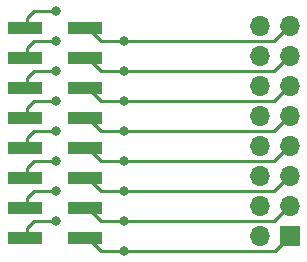
<source format=gbr>
%TF.GenerationSoftware,KiCad,Pcbnew,(6.0.9)*%
%TF.CreationDate,2023-06-10T14:31:43-07:00*%
%TF.ProjectId,V01,5630312e-6b69-4636-9164-5f7063625858,rev?*%
%TF.SameCoordinates,Original*%
%TF.FileFunction,Copper,L1,Top*%
%TF.FilePolarity,Positive*%
%FSLAX46Y46*%
G04 Gerber Fmt 4.6, Leading zero omitted, Abs format (unit mm)*
G04 Created by KiCad (PCBNEW (6.0.9)) date 2023-06-10 14:31:43*
%MOMM*%
%LPD*%
G01*
G04 APERTURE LIST*
%TA.AperFunction,ComponentPad*%
%ADD10R,1.700000X1.700000*%
%TD*%
%TA.AperFunction,ComponentPad*%
%ADD11O,1.700000X1.700000*%
%TD*%
%TA.AperFunction,SMDPad,CuDef*%
%ADD12R,3.000000X1.000000*%
%TD*%
%TA.AperFunction,ViaPad*%
%ADD13C,0.800000*%
%TD*%
%TA.AperFunction,Conductor*%
%ADD14C,0.250000*%
%TD*%
G04 APERTURE END LIST*
D10*
%TO.P,V 1.0,1*%
%TO.N,N/C*%
X159515000Y-97800000D03*
D11*
%TO.P,V 1.0,2*%
X156975000Y-97800000D03*
%TO.P,V 1.0,3*%
X159515000Y-95260000D03*
%TO.P,V 1.0,4*%
X156975000Y-95260000D03*
%TO.P,V 1.0,5*%
X159515000Y-92720000D03*
%TO.P,V 1.0,6*%
X156975000Y-92720000D03*
%TO.P,V 1.0,7*%
X159515000Y-90180000D03*
%TO.P,V 1.0,8*%
X156975000Y-90180000D03*
%TO.P,V 1.0,9*%
X159515000Y-87640000D03*
%TO.P,V 1.0,10*%
X156975000Y-87640000D03*
%TO.P,V 1.0,11*%
X159515000Y-85100000D03*
%TO.P,V 1.0,12*%
X156975000Y-85100000D03*
%TO.P,V 1.0,13*%
X159515000Y-82560000D03*
%TO.P,V 1.0,14*%
X156975000Y-82560000D03*
%TO.P,V 1.0,15*%
X159515000Y-80020000D03*
%TO.P,V 1.0,16*%
X156975000Y-80020000D03*
%TD*%
D12*
%TO.P,zatchbot,1*%
%TO.N,N/C*%
X142095000Y-97934600D03*
%TO.P,zatchbot,2*%
X137055000Y-97934600D03*
%TO.P,zatchbot,3*%
X142095000Y-95394600D03*
%TO.P,zatchbot,4*%
X137055000Y-95394600D03*
%TO.P,zatchbot,5*%
X142095000Y-92854600D03*
%TO.P,zatchbot,6*%
X137055000Y-92854600D03*
%TO.P,zatchbot,7*%
X142095000Y-90314600D03*
%TO.P,zatchbot,8*%
X137055000Y-90314600D03*
%TO.P,zatchbot,9*%
X142095000Y-87774600D03*
%TO.P,zatchbot,10*%
X137055000Y-87774600D03*
%TO.P,zatchbot,11*%
X142095000Y-85234600D03*
%TO.P,zatchbot,12*%
X137055000Y-85234600D03*
%TO.P,zatchbot,13*%
X142095000Y-82694600D03*
%TO.P,zatchbot,14*%
X137055000Y-82694600D03*
%TO.P,zatchbot,15*%
X142095000Y-80154600D03*
%TO.P,zatchbot,16*%
X137055000Y-80154600D03*
%TD*%
D13*
%TO.N,*%
X139700000Y-78740000D03*
X139700000Y-93980000D03*
X139700000Y-96520000D03*
X145415000Y-91440000D03*
X145415000Y-93980000D03*
X145415000Y-96520000D03*
X145415000Y-88900000D03*
X139700000Y-81280000D03*
X145415000Y-86360000D03*
X145415000Y-83820000D03*
X139700000Y-86360000D03*
X145415000Y-81280000D03*
X139700000Y-83820000D03*
X145415000Y-99060000D03*
X139700000Y-91440000D03*
X139700000Y-88900000D03*
%TD*%
D14*
%TO.N,*%
X143510000Y-83820000D02*
X142240000Y-82550000D01*
X143510000Y-88900000D02*
X158115000Y-88900000D01*
X143510000Y-83820000D02*
X158115000Y-83820000D01*
X137180000Y-84435000D02*
X137795000Y-83820000D01*
X137180000Y-87630000D02*
X137180000Y-86975000D01*
X137180000Y-85090000D02*
X137180000Y-84435000D01*
X143510000Y-81280000D02*
X158115000Y-81280000D01*
X142220000Y-97790000D02*
X142240000Y-97790000D01*
X143510000Y-86360000D02*
X142240000Y-85090000D01*
X137180000Y-92710000D02*
X137180000Y-92055000D01*
X142240000Y-92710000D02*
X142220000Y-92710000D01*
X143510000Y-88900000D02*
X142240000Y-87630000D01*
X142240000Y-85090000D02*
X142220000Y-85090000D01*
X143510000Y-86360000D02*
X158115000Y-86360000D01*
X143510000Y-99060000D02*
X158255000Y-99060000D01*
X137795000Y-96520000D02*
X139700000Y-96520000D01*
X137795000Y-78740000D02*
X139700000Y-78740000D01*
X137795000Y-86360000D02*
X139700000Y-86360000D01*
X137795000Y-83820000D02*
X139700000Y-83820000D01*
X143510000Y-96520000D02*
X158115000Y-96520000D01*
X137180000Y-82550000D02*
X137180000Y-81895000D01*
X158115000Y-81280000D02*
X159385000Y-80010000D01*
X142240000Y-95250000D02*
X142220000Y-95250000D01*
X158115000Y-83820000D02*
X159385000Y-82550000D01*
X142240000Y-97790000D02*
X143510000Y-99060000D01*
X143510000Y-96520000D02*
X142240000Y-95250000D01*
X158115000Y-88900000D02*
X159385000Y-87630000D01*
X158115000Y-86360000D02*
X159385000Y-85090000D01*
X137180000Y-80010000D02*
X137180000Y-79355000D01*
X137180000Y-97790000D02*
X137180000Y-97135000D01*
X143510000Y-91440000D02*
X142240000Y-90170000D01*
X137180000Y-81895000D02*
X137795000Y-81280000D01*
X137180000Y-92055000D02*
X137795000Y-91440000D01*
X143510000Y-91440000D02*
X158115000Y-91440000D01*
X143510000Y-93980000D02*
X158115000Y-93980000D01*
X142240000Y-80010000D02*
X142220000Y-80010000D01*
X137795000Y-81280000D02*
X139700000Y-81280000D01*
X137180000Y-79355000D02*
X137795000Y-78740000D01*
X137795000Y-91440000D02*
X139700000Y-91440000D01*
X137795000Y-88900000D02*
X139700000Y-88900000D01*
X143510000Y-81280000D02*
X142240000Y-80010000D01*
X137180000Y-89515000D02*
X137795000Y-88900000D01*
X158115000Y-93980000D02*
X159385000Y-92710000D01*
X158255000Y-99060000D02*
X159515000Y-97800000D01*
X142240000Y-82550000D02*
X142220000Y-82550000D01*
X142240000Y-90170000D02*
X142220000Y-90170000D01*
X137180000Y-94595000D02*
X137795000Y-93980000D01*
X143510000Y-93980000D02*
X142240000Y-92710000D01*
X137180000Y-95250000D02*
X137180000Y-94595000D01*
X137180000Y-86975000D02*
X137795000Y-86360000D01*
X142240000Y-87630000D02*
X142220000Y-87630000D01*
X158115000Y-91440000D02*
X159385000Y-90170000D01*
X158115000Y-96520000D02*
X159385000Y-95250000D01*
X137180000Y-97135000D02*
X137795000Y-96520000D01*
X137180000Y-90170000D02*
X137180000Y-89515000D01*
X137795000Y-93980000D02*
X139700000Y-93980000D01*
%TD*%
M02*

</source>
